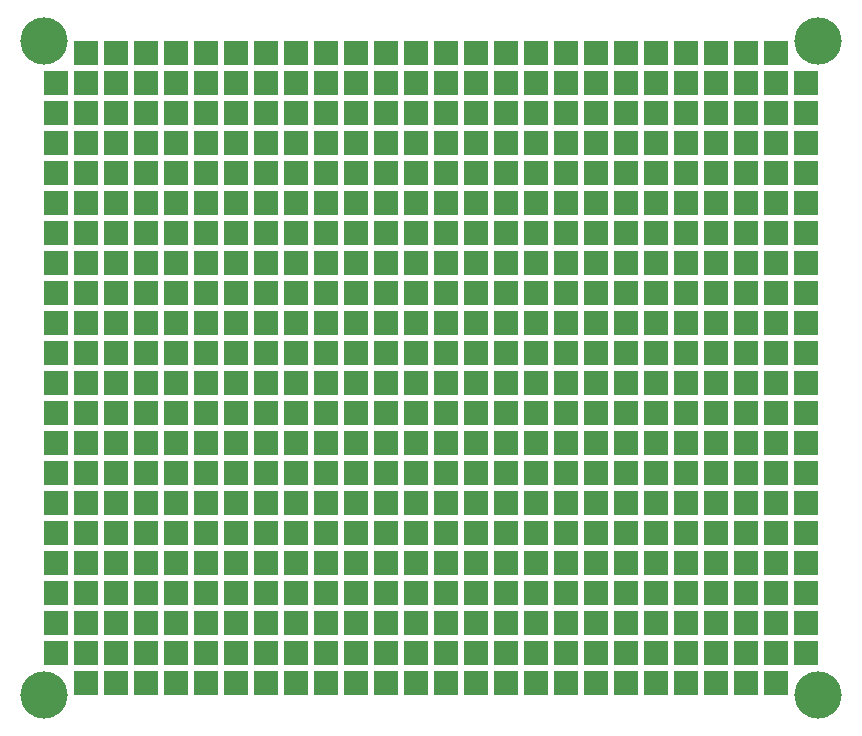
<source format=gbr>
%TF.GenerationSoftware,KiCad,Pcbnew,9.0.2*%
%TF.CreationDate,2025-08-09T11:44:39-07:00*%
%TF.ProjectId,perfidy-board,70657266-6964-4792-9d62-6f6172642e6b,1.0*%
%TF.SameCoordinates,Original*%
%TF.FileFunction,Copper,L1,Top*%
%TF.FilePolarity,Positive*%
%FSLAX46Y46*%
G04 Gerber Fmt 4.6, Leading zero omitted, Abs format (unit mm)*
G04 Created by KiCad (PCBNEW 9.0.2) date 2025-08-09 11:44:39*
%MOMM*%
%LPD*%
G01*
G04 APERTURE LIST*
%TA.AperFunction,ComponentPad*%
%ADD10C,4.000000*%
%TD*%
%TA.AperFunction,ComponentPad*%
%ADD11R,2.000000X2.000000*%
%TD*%
G04 APERTURE END LIST*
D10*
%TO.P,TP572,1,1*%
%TO.N,unconnected-(TP572-Pad1)*%
X164056000Y-123476000D03*
%TD*%
%TO.P,TP547,1,1*%
%TO.N,unconnected-(TP547-Pad1)*%
X98524000Y-123476000D03*
%TD*%
%TO.P,TP26,1,1*%
%TO.N,unconnected-(TP26-Pad1)*%
X164056000Y-68104000D03*
%TD*%
%TO.P,TP1,1,1*%
%TO.N,unconnected-(TP1-Pad1)*%
X98524000Y-68104000D03*
%TD*%
D11*
%TO.P,TP571,1,1*%
%TO.N,/D*%
X160500000Y-122460000D03*
%TD*%
%TO.P,TP570,1,1*%
%TO.N,unconnected-(TP570-Pad1)*%
X157960000Y-122460000D03*
%TD*%
%TO.P,TP569,1,1*%
%TO.N,/D*%
X155420000Y-122460000D03*
%TD*%
%TO.P,TP568,1,1*%
%TO.N,/D*%
X152880000Y-122460000D03*
%TD*%
%TO.P,TP567,1,1*%
%TO.N,/D*%
X150340000Y-122460000D03*
%TD*%
%TO.P,TP566,1,1*%
%TO.N,/D*%
X147800000Y-122460000D03*
%TD*%
%TO.P,TP565,1,1*%
%TO.N,unconnected-(TP565-Pad1)*%
X145260000Y-122460000D03*
%TD*%
%TO.P,TP564,1,1*%
%TO.N,unconnected-(TP564-Pad1)*%
X142720000Y-122460000D03*
%TD*%
%TO.P,TP563,1,1*%
%TO.N,unconnected-(TP563-Pad1)*%
X140180000Y-122460000D03*
%TD*%
%TO.P,TP562,1,1*%
%TO.N,unconnected-(TP562-Pad1)*%
X137640000Y-122460000D03*
%TD*%
%TO.P,TP561,1,1*%
%TO.N,unconnected-(TP561-Pad1)*%
X135100000Y-122460000D03*
%TD*%
%TO.P,TP560,1,1*%
%TO.N,unconnected-(TP560-Pad1)*%
X132560000Y-122460000D03*
%TD*%
%TO.P,TP559,1,1*%
%TO.N,unconnected-(TP559-Pad1)*%
X130020000Y-122460000D03*
%TD*%
%TO.P,TP558,1,1*%
%TO.N,unconnected-(TP558-Pad1)*%
X127480000Y-122460000D03*
%TD*%
%TO.P,TP557,1,1*%
%TO.N,unconnected-(TP557-Pad1)*%
X124940000Y-122460000D03*
%TD*%
%TO.P,TP556,1,1*%
%TO.N,unconnected-(TP556-Pad1)*%
X122400000Y-122460000D03*
%TD*%
%TO.P,TP555,1,1*%
%TO.N,unconnected-(TP555-Pad1)*%
X119860000Y-122460000D03*
%TD*%
%TO.P,TP554,1,1*%
%TO.N,unconnected-(TP554-Pad1)*%
X117320000Y-122460000D03*
%TD*%
%TO.P,TP553,1,1*%
%TO.N,unconnected-(TP553-Pad1)*%
X114780000Y-122460000D03*
%TD*%
%TO.P,TP552,1,1*%
%TO.N,unconnected-(TP552-Pad1)*%
X112240000Y-122460000D03*
%TD*%
%TO.P,TP551,1,1*%
%TO.N,unconnected-(TP551-Pad1)*%
X109700000Y-122460000D03*
%TD*%
%TO.P,TP550,1,1*%
%TO.N,unconnected-(TP550-Pad1)*%
X107160000Y-122460000D03*
%TD*%
%TO.P,TP549,1,1*%
%TO.N,unconnected-(TP549-Pad1)*%
X104620000Y-122460000D03*
%TD*%
%TO.P,TP548,1,1*%
%TO.N,unconnected-(TP548-Pad1)*%
X102080000Y-122460000D03*
%TD*%
%TO.P,TP546,1,1*%
%TO.N,unconnected-(TP546-Pad1)*%
X163040000Y-119920000D03*
%TD*%
%TO.P,TP545,1,1*%
%TO.N,unconnected-(TP545-Pad1)*%
X160500000Y-119920000D03*
%TD*%
%TO.P,TP544,1,1*%
%TO.N,unconnected-(TP544-Pad1)*%
X157960000Y-119920000D03*
%TD*%
%TO.P,TP543,1,1*%
%TO.N,unconnected-(TP543-Pad1)*%
X155420000Y-119920000D03*
%TD*%
%TO.P,TP542,1,1*%
%TO.N,unconnected-(TP542-Pad1)*%
X152880000Y-119920000D03*
%TD*%
%TO.P,TP541,1,1*%
%TO.N,unconnected-(TP541-Pad1)*%
X150340000Y-119920000D03*
%TD*%
%TO.P,TP540,1,1*%
%TO.N,unconnected-(TP540-Pad1)*%
X147800000Y-119920000D03*
%TD*%
%TO.P,TP539,1,1*%
%TO.N,unconnected-(TP539-Pad1)*%
X145260000Y-119920000D03*
%TD*%
%TO.P,TP538,1,1*%
%TO.N,unconnected-(TP538-Pad1)*%
X142720000Y-119920000D03*
%TD*%
%TO.P,TP537,1,1*%
%TO.N,unconnected-(TP537-Pad1)*%
X140180000Y-119920000D03*
%TD*%
%TO.P,TP536,1,1*%
%TO.N,unconnected-(TP536-Pad1)*%
X137640000Y-119920000D03*
%TD*%
%TO.P,TP535,1,1*%
%TO.N,unconnected-(TP535-Pad1)*%
X135100000Y-119920000D03*
%TD*%
%TO.P,TP534,1,1*%
%TO.N,unconnected-(TP534-Pad1)*%
X132560000Y-119920000D03*
%TD*%
%TO.P,TP533,1,1*%
%TO.N,unconnected-(TP533-Pad1)*%
X130020000Y-119920000D03*
%TD*%
%TO.P,TP532,1,1*%
%TO.N,unconnected-(TP532-Pad1)*%
X127480000Y-119920000D03*
%TD*%
%TO.P,TP531,1,1*%
%TO.N,unconnected-(TP531-Pad1)*%
X124940000Y-119920000D03*
%TD*%
%TO.P,TP530,1,1*%
%TO.N,unconnected-(TP530-Pad1)*%
X122400000Y-119920000D03*
%TD*%
%TO.P,TP529,1,1*%
%TO.N,unconnected-(TP529-Pad1)*%
X119860000Y-119920000D03*
%TD*%
%TO.P,TP528,1,1*%
%TO.N,unconnected-(TP528-Pad1)*%
X117320000Y-119920000D03*
%TD*%
%TO.P,TP527,1,1*%
%TO.N,unconnected-(TP527-Pad1)*%
X114780000Y-119920000D03*
%TD*%
%TO.P,TP526,1,1*%
%TO.N,unconnected-(TP526-Pad1)*%
X112240000Y-119920000D03*
%TD*%
%TO.P,TP525,1,1*%
%TO.N,unconnected-(TP525-Pad1)*%
X109700000Y-119920000D03*
%TD*%
%TO.P,TP524,1,1*%
%TO.N,unconnected-(TP524-Pad1)*%
X107160000Y-119920000D03*
%TD*%
%TO.P,TP523,1,1*%
%TO.N,unconnected-(TP523-Pad1)*%
X104620000Y-119920000D03*
%TD*%
%TO.P,TP522,1,1*%
%TO.N,unconnected-(TP522-Pad1)*%
X102080000Y-119920000D03*
%TD*%
%TO.P,TP521,1,1*%
%TO.N,unconnected-(TP521-Pad1)*%
X99540000Y-119920000D03*
%TD*%
%TO.P,TP520,1,1*%
%TO.N,unconnected-(TP520-Pad1)*%
X163040000Y-117380000D03*
%TD*%
%TO.P,TP519,1,1*%
%TO.N,unconnected-(TP519-Pad1)*%
X160500000Y-117380000D03*
%TD*%
%TO.P,TP518,1,1*%
%TO.N,unconnected-(TP518-Pad1)*%
X157960000Y-117380000D03*
%TD*%
%TO.P,TP517,1,1*%
%TO.N,unconnected-(TP517-Pad1)*%
X155420000Y-117380000D03*
%TD*%
%TO.P,TP516,1,1*%
%TO.N,unconnected-(TP516-Pad1)*%
X152880000Y-117380000D03*
%TD*%
%TO.P,TP515,1,1*%
%TO.N,unconnected-(TP515-Pad1)*%
X150340000Y-117380000D03*
%TD*%
%TO.P,TP514,1,1*%
%TO.N,unconnected-(TP514-Pad1)*%
X147800000Y-117380000D03*
%TD*%
%TO.P,TP513,1,1*%
%TO.N,unconnected-(TP513-Pad1)*%
X145260000Y-117380000D03*
%TD*%
%TO.P,TP512,1,1*%
%TO.N,unconnected-(TP512-Pad1)*%
X142720000Y-117380000D03*
%TD*%
%TO.P,TP511,1,1*%
%TO.N,unconnected-(TP511-Pad1)*%
X140180000Y-117380000D03*
%TD*%
%TO.P,TP510,1,1*%
%TO.N,unconnected-(TP510-Pad1)*%
X137640000Y-117380000D03*
%TD*%
%TO.P,TP509,1,1*%
%TO.N,unconnected-(TP509-Pad1)*%
X135100000Y-117380000D03*
%TD*%
%TO.P,TP508,1,1*%
%TO.N,unconnected-(TP508-Pad1)*%
X132560000Y-117380000D03*
%TD*%
%TO.P,TP507,1,1*%
%TO.N,unconnected-(TP507-Pad1)*%
X130020000Y-117380000D03*
%TD*%
%TO.P,TP506,1,1*%
%TO.N,unconnected-(TP506-Pad1)*%
X127480000Y-117380000D03*
%TD*%
%TO.P,TP505,1,1*%
%TO.N,unconnected-(TP505-Pad1)*%
X124940000Y-117380000D03*
%TD*%
%TO.P,TP504,1,1*%
%TO.N,unconnected-(TP504-Pad1)*%
X122400000Y-117380000D03*
%TD*%
%TO.P,TP503,1,1*%
%TO.N,unconnected-(TP503-Pad1)*%
X119860000Y-117380000D03*
%TD*%
%TO.P,TP502,1,1*%
%TO.N,unconnected-(TP502-Pad1)*%
X117320000Y-117380000D03*
%TD*%
%TO.P,TP501,1,1*%
%TO.N,unconnected-(TP501-Pad1)*%
X114780000Y-117380000D03*
%TD*%
%TO.P,TP500,1,1*%
%TO.N,unconnected-(TP500-Pad1)*%
X112240000Y-117380000D03*
%TD*%
%TO.P,TP499,1,1*%
%TO.N,unconnected-(TP499-Pad1)*%
X109700000Y-117380000D03*
%TD*%
%TO.P,TP498,1,1*%
%TO.N,unconnected-(TP498-Pad1)*%
X107160000Y-117380000D03*
%TD*%
%TO.P,TP497,1,1*%
%TO.N,unconnected-(TP497-Pad1)*%
X104620000Y-117380000D03*
%TD*%
%TO.P,TP496,1,1*%
%TO.N,unconnected-(TP496-Pad1)*%
X102080000Y-117380000D03*
%TD*%
%TO.P,TP495,1,1*%
%TO.N,unconnected-(TP495-Pad1)*%
X99540000Y-117380000D03*
%TD*%
%TO.P,TP494,1,1*%
%TO.N,unconnected-(TP494-Pad1)*%
X163040000Y-114840000D03*
%TD*%
%TO.P,TP493,1,1*%
%TO.N,unconnected-(TP493-Pad1)*%
X160500000Y-114840000D03*
%TD*%
%TO.P,TP492,1,1*%
%TO.N,unconnected-(TP492-Pad1)*%
X157960000Y-114840000D03*
%TD*%
%TO.P,TP491,1,1*%
%TO.N,/C*%
X155420000Y-114840000D03*
%TD*%
%TO.P,TP490,1,1*%
%TO.N,unconnected-(TP490-Pad1)*%
X152880000Y-114840000D03*
%TD*%
%TO.P,TP489,1,1*%
%TO.N,unconnected-(TP489-Pad1)*%
X150340000Y-114840000D03*
%TD*%
%TO.P,TP488,1,1*%
%TO.N,unconnected-(TP488-Pad1)*%
X147800000Y-114840000D03*
%TD*%
%TO.P,TP487,1,1*%
%TO.N,unconnected-(TP487-Pad1)*%
X145260000Y-114840000D03*
%TD*%
%TO.P,TP486,1,1*%
%TO.N,unconnected-(TP486-Pad1)*%
X142720000Y-114840000D03*
%TD*%
%TO.P,TP485,1,1*%
%TO.N,unconnected-(TP485-Pad1)*%
X140180000Y-114840000D03*
%TD*%
%TO.P,TP484,1,1*%
%TO.N,unconnected-(TP484-Pad1)*%
X137640000Y-114840000D03*
%TD*%
%TO.P,TP483,1,1*%
%TO.N,unconnected-(TP483-Pad1)*%
X135100000Y-114840000D03*
%TD*%
%TO.P,TP482,1,1*%
%TO.N,unconnected-(TP482-Pad1)*%
X132560000Y-114840000D03*
%TD*%
%TO.P,TP481,1,1*%
%TO.N,unconnected-(TP481-Pad1)*%
X130020000Y-114840000D03*
%TD*%
%TO.P,TP480,1,1*%
%TO.N,unconnected-(TP480-Pad1)*%
X127480000Y-114840000D03*
%TD*%
%TO.P,TP479,1,1*%
%TO.N,unconnected-(TP479-Pad1)*%
X124940000Y-114840000D03*
%TD*%
%TO.P,TP478,1,1*%
%TO.N,/B*%
X122400000Y-114840000D03*
%TD*%
%TO.P,TP477,1,1*%
%TO.N,unconnected-(TP477-Pad1)*%
X119860000Y-114840000D03*
%TD*%
%TO.P,TP476,1,1*%
%TO.N,unconnected-(TP476-Pad1)*%
X117320000Y-114840000D03*
%TD*%
%TO.P,TP475,1,1*%
%TO.N,unconnected-(TP475-Pad1)*%
X114780000Y-114840000D03*
%TD*%
%TO.P,TP474,1,1*%
%TO.N,unconnected-(TP474-Pad1)*%
X112240000Y-114840000D03*
%TD*%
%TO.P,TP473,1,1*%
%TO.N,unconnected-(TP473-Pad1)*%
X109700000Y-114840000D03*
%TD*%
%TO.P,TP472,1,1*%
%TO.N,unconnected-(TP472-Pad1)*%
X107160000Y-114840000D03*
%TD*%
%TO.P,TP471,1,1*%
%TO.N,unconnected-(TP471-Pad1)*%
X104620000Y-114840000D03*
%TD*%
%TO.P,TP470,1,1*%
%TO.N,unconnected-(TP470-Pad1)*%
X102080000Y-114840000D03*
%TD*%
%TO.P,TP469,1,1*%
%TO.N,unconnected-(TP469-Pad1)*%
X99540000Y-114840000D03*
%TD*%
%TO.P,TP468,1,1*%
%TO.N,unconnected-(TP468-Pad1)*%
X163040000Y-112300000D03*
%TD*%
%TO.P,TP467,1,1*%
%TO.N,unconnected-(TP467-Pad1)*%
X160500000Y-112300000D03*
%TD*%
%TO.P,TP466,1,1*%
%TO.N,unconnected-(TP466-Pad1)*%
X157960000Y-112300000D03*
%TD*%
%TO.P,TP465,1,1*%
%TO.N,unconnected-(TP465-Pad1)*%
X155420000Y-112300000D03*
%TD*%
%TO.P,TP464,1,1*%
%TO.N,unconnected-(TP464-Pad1)*%
X152880000Y-112300000D03*
%TD*%
%TO.P,TP463,1,1*%
%TO.N,unconnected-(TP463-Pad1)*%
X150340000Y-112300000D03*
%TD*%
%TO.P,TP462,1,1*%
%TO.N,unconnected-(TP462-Pad1)*%
X147800000Y-112300000D03*
%TD*%
%TO.P,TP461,1,1*%
%TO.N,unconnected-(TP461-Pad1)*%
X145260000Y-112300000D03*
%TD*%
%TO.P,TP460,1,1*%
%TO.N,unconnected-(TP460-Pad1)*%
X142720000Y-112300000D03*
%TD*%
%TO.P,TP459,1,1*%
%TO.N,unconnected-(TP459-Pad1)*%
X140180000Y-112300000D03*
%TD*%
%TO.P,TP458,1,1*%
%TO.N,unconnected-(TP458-Pad1)*%
X137640000Y-112300000D03*
%TD*%
%TO.P,TP457,1,1*%
%TO.N,unconnected-(TP457-Pad1)*%
X135100000Y-112300000D03*
%TD*%
%TO.P,TP456,1,1*%
%TO.N,unconnected-(TP456-Pad1)*%
X132560000Y-112300000D03*
%TD*%
%TO.P,TP455,1,1*%
%TO.N,unconnected-(TP455-Pad1)*%
X130020000Y-112300000D03*
%TD*%
%TO.P,TP454,1,1*%
%TO.N,unconnected-(TP454-Pad1)*%
X127480000Y-112300000D03*
%TD*%
%TO.P,TP453,1,1*%
%TO.N,unconnected-(TP453-Pad1)*%
X124940000Y-112300000D03*
%TD*%
%TO.P,TP452,1,1*%
%TO.N,unconnected-(TP452-Pad1)*%
X122400000Y-112300000D03*
%TD*%
%TO.P,TP451,1,1*%
%TO.N,unconnected-(TP451-Pad1)*%
X119860000Y-112300000D03*
%TD*%
%TO.P,TP450,1,1*%
%TO.N,unconnected-(TP450-Pad1)*%
X117320000Y-112300000D03*
%TD*%
%TO.P,TP449,1,1*%
%TO.N,unconnected-(TP449-Pad1)*%
X114780000Y-112300000D03*
%TD*%
%TO.P,TP448,1,1*%
%TO.N,unconnected-(TP448-Pad1)*%
X112240000Y-112300000D03*
%TD*%
%TO.P,TP447,1,1*%
%TO.N,unconnected-(TP447-Pad1)*%
X109700000Y-112300000D03*
%TD*%
%TO.P,TP446,1,1*%
%TO.N,unconnected-(TP446-Pad1)*%
X107160000Y-112300000D03*
%TD*%
%TO.P,TP445,1,1*%
%TO.N,unconnected-(TP445-Pad1)*%
X104620000Y-112300000D03*
%TD*%
%TO.P,TP444,1,1*%
%TO.N,unconnected-(TP444-Pad1)*%
X102080000Y-112300000D03*
%TD*%
%TO.P,TP443,1,1*%
%TO.N,unconnected-(TP443-Pad1)*%
X99540000Y-112300000D03*
%TD*%
%TO.P,TP442,1,1*%
%TO.N,unconnected-(TP442-Pad1)*%
X163040000Y-109760000D03*
%TD*%
%TO.P,TP441,1,1*%
%TO.N,unconnected-(TP441-Pad1)*%
X160500000Y-109760000D03*
%TD*%
%TO.P,TP440,1,1*%
%TO.N,unconnected-(TP440-Pad1)*%
X157960000Y-109760000D03*
%TD*%
%TO.P,TP439,1,1*%
%TO.N,unconnected-(TP439-Pad1)*%
X155420000Y-109760000D03*
%TD*%
%TO.P,TP438,1,1*%
%TO.N,unconnected-(TP438-Pad1)*%
X152880000Y-109760000D03*
%TD*%
%TO.P,TP437,1,1*%
%TO.N,unconnected-(TP437-Pad1)*%
X150340000Y-109760000D03*
%TD*%
%TO.P,TP436,1,1*%
%TO.N,unconnected-(TP436-Pad1)*%
X147800000Y-109760000D03*
%TD*%
%TO.P,TP435,1,1*%
%TO.N,unconnected-(TP435-Pad1)*%
X145260000Y-109760000D03*
%TD*%
%TO.P,TP434,1,1*%
%TO.N,unconnected-(TP434-Pad1)*%
X142720000Y-109760000D03*
%TD*%
%TO.P,TP433,1,1*%
%TO.N,unconnected-(TP433-Pad1)*%
X140180000Y-109760000D03*
%TD*%
%TO.P,TP432,1,1*%
%TO.N,unconnected-(TP432-Pad1)*%
X137640000Y-109760000D03*
%TD*%
%TO.P,TP431,1,1*%
%TO.N,unconnected-(TP431-Pad1)*%
X135100000Y-109760000D03*
%TD*%
%TO.P,TP430,1,1*%
%TO.N,unconnected-(TP430-Pad1)*%
X132560000Y-109760000D03*
%TD*%
%TO.P,TP429,1,1*%
%TO.N,unconnected-(TP429-Pad1)*%
X130020000Y-109760000D03*
%TD*%
%TO.P,TP428,1,1*%
%TO.N,unconnected-(TP428-Pad1)*%
X127480000Y-109760000D03*
%TD*%
%TO.P,TP427,1,1*%
%TO.N,unconnected-(TP427-Pad1)*%
X124940000Y-109760000D03*
%TD*%
%TO.P,TP426,1,1*%
%TO.N,unconnected-(TP426-Pad1)*%
X122400000Y-109760000D03*
%TD*%
%TO.P,TP425,1,1*%
%TO.N,unconnected-(TP425-Pad1)*%
X119860000Y-109760000D03*
%TD*%
%TO.P,TP424,1,1*%
%TO.N,unconnected-(TP424-Pad1)*%
X117320000Y-109760000D03*
%TD*%
%TO.P,TP423,1,1*%
%TO.N,unconnected-(TP423-Pad1)*%
X114780000Y-109760000D03*
%TD*%
%TO.P,TP422,1,1*%
%TO.N,unconnected-(TP422-Pad1)*%
X112240000Y-109760000D03*
%TD*%
%TO.P,TP421,1,1*%
%TO.N,unconnected-(TP421-Pad1)*%
X109700000Y-109760000D03*
%TD*%
%TO.P,TP420,1,1*%
%TO.N,unconnected-(TP420-Pad1)*%
X107160000Y-109760000D03*
%TD*%
%TO.P,TP419,1,1*%
%TO.N,unconnected-(TP419-Pad1)*%
X104620000Y-109760000D03*
%TD*%
%TO.P,TP418,1,1*%
%TO.N,unconnected-(TP418-Pad1)*%
X102080000Y-109760000D03*
%TD*%
%TO.P,TP417,1,1*%
%TO.N,unconnected-(TP417-Pad1)*%
X99540000Y-109760000D03*
%TD*%
%TO.P,TP416,1,1*%
%TO.N,unconnected-(TP416-Pad1)*%
X163040000Y-107220000D03*
%TD*%
%TO.P,TP415,1,1*%
%TO.N,unconnected-(TP415-Pad1)*%
X160500000Y-107220000D03*
%TD*%
%TO.P,TP414,1,1*%
%TO.N,unconnected-(TP414-Pad1)*%
X157960000Y-107220000D03*
%TD*%
%TO.P,TP413,1,1*%
%TO.N,unconnected-(TP413-Pad1)*%
X155420000Y-107220000D03*
%TD*%
%TO.P,TP412,1,1*%
%TO.N,unconnected-(TP412-Pad1)*%
X152880000Y-107220000D03*
%TD*%
%TO.P,TP411,1,1*%
%TO.N,unconnected-(TP411-Pad1)*%
X150340000Y-107220000D03*
%TD*%
%TO.P,TP410,1,1*%
%TO.N,unconnected-(TP410-Pad1)*%
X147800000Y-107220000D03*
%TD*%
%TO.P,TP409,1,1*%
%TO.N,unconnected-(TP409-Pad1)*%
X145260000Y-107220000D03*
%TD*%
%TO.P,TP408,1,1*%
%TO.N,unconnected-(TP408-Pad1)*%
X142720000Y-107220000D03*
%TD*%
%TO.P,TP407,1,1*%
%TO.N,unconnected-(TP407-Pad1)*%
X140180000Y-107220000D03*
%TD*%
%TO.P,TP406,1,1*%
%TO.N,unconnected-(TP406-Pad1)*%
X137640000Y-107220000D03*
%TD*%
%TO.P,TP405,1,1*%
%TO.N,unconnected-(TP405-Pad1)*%
X135100000Y-107220000D03*
%TD*%
%TO.P,TP404,1,1*%
%TO.N,unconnected-(TP404-Pad1)*%
X132560000Y-107220000D03*
%TD*%
%TO.P,TP403,1,1*%
%TO.N,/E*%
X130020000Y-107220000D03*
%TD*%
%TO.P,TP402,1,1*%
%TO.N,unconnected-(TP402-Pad1)*%
X127480000Y-107220000D03*
%TD*%
%TO.P,TP401,1,1*%
%TO.N,unconnected-(TP401-Pad1)*%
X124940000Y-107220000D03*
%TD*%
%TO.P,TP400,1,1*%
%TO.N,unconnected-(TP400-Pad1)*%
X122400000Y-107220000D03*
%TD*%
%TO.P,TP399,1,1*%
%TO.N,unconnected-(TP399-Pad1)*%
X119860000Y-107220000D03*
%TD*%
%TO.P,TP398,1,1*%
%TO.N,unconnected-(TP398-Pad1)*%
X117320000Y-107220000D03*
%TD*%
%TO.P,TP397,1,1*%
%TO.N,unconnected-(TP397-Pad1)*%
X114780000Y-107220000D03*
%TD*%
%TO.P,TP396,1,1*%
%TO.N,unconnected-(TP396-Pad1)*%
X112240000Y-107220000D03*
%TD*%
%TO.P,TP395,1,1*%
%TO.N,unconnected-(TP395-Pad1)*%
X109700000Y-107220000D03*
%TD*%
%TO.P,TP394,1,1*%
%TO.N,unconnected-(TP394-Pad1)*%
X107160000Y-107220000D03*
%TD*%
%TO.P,TP393,1,1*%
%TO.N,unconnected-(TP393-Pad1)*%
X104620000Y-107220000D03*
%TD*%
%TO.P,TP392,1,1*%
%TO.N,unconnected-(TP392-Pad1)*%
X102080000Y-107220000D03*
%TD*%
%TO.P,TP391,1,1*%
%TO.N,unconnected-(TP391-Pad1)*%
X99540000Y-107220000D03*
%TD*%
%TO.P,TP390,1,1*%
%TO.N,unconnected-(TP390-Pad1)*%
X163040000Y-104680000D03*
%TD*%
%TO.P,TP389,1,1*%
%TO.N,unconnected-(TP389-Pad1)*%
X160500000Y-104680000D03*
%TD*%
%TO.P,TP388,1,1*%
%TO.N,unconnected-(TP388-Pad1)*%
X157960000Y-104680000D03*
%TD*%
%TO.P,TP387,1,1*%
%TO.N,unconnected-(TP387-Pad1)*%
X155420000Y-104680000D03*
%TD*%
%TO.P,TP386,1,1*%
%TO.N,unconnected-(TP386-Pad1)*%
X152880000Y-104680000D03*
%TD*%
%TO.P,TP385,1,1*%
%TO.N,unconnected-(TP385-Pad1)*%
X150340000Y-104680000D03*
%TD*%
%TO.P,TP384,1,1*%
%TO.N,unconnected-(TP384-Pad1)*%
X147800000Y-104680000D03*
%TD*%
%TO.P,TP383,1,1*%
%TO.N,unconnected-(TP383-Pad1)*%
X145260000Y-104680000D03*
%TD*%
%TO.P,TP382,1,1*%
%TO.N,unconnected-(TP382-Pad1)*%
X142720000Y-104680000D03*
%TD*%
%TO.P,TP381,1,1*%
%TO.N,unconnected-(TP381-Pad1)*%
X140180000Y-104680000D03*
%TD*%
%TO.P,TP380,1,1*%
%TO.N,unconnected-(TP380-Pad1)*%
X137640000Y-104680000D03*
%TD*%
%TO.P,TP379,1,1*%
%TO.N,unconnected-(TP379-Pad1)*%
X135100000Y-104680000D03*
%TD*%
%TO.P,TP378,1,1*%
%TO.N,unconnected-(TP378-Pad1)*%
X132560000Y-104680000D03*
%TD*%
%TO.P,TP377,1,1*%
%TO.N,unconnected-(TP377-Pad1)*%
X130020000Y-104680000D03*
%TD*%
%TO.P,TP376,1,1*%
%TO.N,unconnected-(TP376-Pad1)*%
X127480000Y-104680000D03*
%TD*%
%TO.P,TP375,1,1*%
%TO.N,unconnected-(TP375-Pad1)*%
X124940000Y-104680000D03*
%TD*%
%TO.P,TP374,1,1*%
%TO.N,unconnected-(TP374-Pad1)*%
X122400000Y-104680000D03*
%TD*%
%TO.P,TP373,1,1*%
%TO.N,unconnected-(TP373-Pad1)*%
X119860000Y-104680000D03*
%TD*%
%TO.P,TP372,1,1*%
%TO.N,/B*%
X117320000Y-104680000D03*
%TD*%
%TO.P,TP371,1,1*%
%TO.N,unconnected-(TP371-Pad1)*%
X114780000Y-104680000D03*
%TD*%
%TO.P,TP370,1,1*%
%TO.N,unconnected-(TP370-Pad1)*%
X112240000Y-104680000D03*
%TD*%
%TO.P,TP369,1,1*%
%TO.N,unconnected-(TP369-Pad1)*%
X109700000Y-104680000D03*
%TD*%
%TO.P,TP368,1,1*%
%TO.N,unconnected-(TP368-Pad1)*%
X107160000Y-104680000D03*
%TD*%
%TO.P,TP367,1,1*%
%TO.N,unconnected-(TP367-Pad1)*%
X104620000Y-104680000D03*
%TD*%
%TO.P,TP366,1,1*%
%TO.N,unconnected-(TP366-Pad1)*%
X102080000Y-104680000D03*
%TD*%
%TO.P,TP365,1,1*%
%TO.N,unconnected-(TP365-Pad1)*%
X99540000Y-104680000D03*
%TD*%
%TO.P,TP364,1,1*%
%TO.N,unconnected-(TP364-Pad1)*%
X163040000Y-102140000D03*
%TD*%
%TO.P,TP363,1,1*%
%TO.N,unconnected-(TP363-Pad1)*%
X160500000Y-102140000D03*
%TD*%
%TO.P,TP362,1,1*%
%TO.N,unconnected-(TP362-Pad1)*%
X157960000Y-102140000D03*
%TD*%
%TO.P,TP361,1,1*%
%TO.N,unconnected-(TP361-Pad1)*%
X155420000Y-102140000D03*
%TD*%
%TO.P,TP360,1,1*%
%TO.N,unconnected-(TP360-Pad1)*%
X152880000Y-102140000D03*
%TD*%
%TO.P,TP359,1,1*%
%TO.N,unconnected-(TP359-Pad1)*%
X150340000Y-102140000D03*
%TD*%
%TO.P,TP358,1,1*%
%TO.N,unconnected-(TP358-Pad1)*%
X147800000Y-102140000D03*
%TD*%
%TO.P,TP357,1,1*%
%TO.N,unconnected-(TP357-Pad1)*%
X145260000Y-102140000D03*
%TD*%
%TO.P,TP356,1,1*%
%TO.N,unconnected-(TP356-Pad1)*%
X142720000Y-102140000D03*
%TD*%
%TO.P,TP355,1,1*%
%TO.N,unconnected-(TP355-Pad1)*%
X140180000Y-102140000D03*
%TD*%
%TO.P,TP354,1,1*%
%TO.N,unconnected-(TP354-Pad1)*%
X137640000Y-102140000D03*
%TD*%
%TO.P,TP353,1,1*%
%TO.N,unconnected-(TP353-Pad1)*%
X135100000Y-102140000D03*
%TD*%
%TO.P,TP352,1,1*%
%TO.N,unconnected-(TP352-Pad1)*%
X132560000Y-102140000D03*
%TD*%
%TO.P,TP351,1,1*%
%TO.N,unconnected-(TP351-Pad1)*%
X130020000Y-102140000D03*
%TD*%
%TO.P,TP350,1,1*%
%TO.N,unconnected-(TP350-Pad1)*%
X127480000Y-102140000D03*
%TD*%
%TO.P,TP349,1,1*%
%TO.N,unconnected-(TP349-Pad1)*%
X124940000Y-102140000D03*
%TD*%
%TO.P,TP348,1,1*%
%TO.N,unconnected-(TP348-Pad1)*%
X122400000Y-102140000D03*
%TD*%
%TO.P,TP347,1,1*%
%TO.N,unconnected-(TP347-Pad1)*%
X119860000Y-102140000D03*
%TD*%
%TO.P,TP346,1,1*%
%TO.N,unconnected-(TP346-Pad1)*%
X117320000Y-102140000D03*
%TD*%
%TO.P,TP345,1,1*%
%TO.N,unconnected-(TP345-Pad1)*%
X114780000Y-102140000D03*
%TD*%
%TO.P,TP344,1,1*%
%TO.N,unconnected-(TP344-Pad1)*%
X112240000Y-102140000D03*
%TD*%
%TO.P,TP343,1,1*%
%TO.N,/A*%
X109700000Y-102140000D03*
%TD*%
%TO.P,TP342,1,1*%
%TO.N,unconnected-(TP342-Pad1)*%
X107160000Y-102140000D03*
%TD*%
%TO.P,TP341,1,1*%
%TO.N,unconnected-(TP341-Pad1)*%
X104620000Y-102140000D03*
%TD*%
%TO.P,TP340,1,1*%
%TO.N,unconnected-(TP340-Pad1)*%
X102080000Y-102140000D03*
%TD*%
%TO.P,TP339,1,1*%
%TO.N,unconnected-(TP339-Pad1)*%
X99540000Y-102140000D03*
%TD*%
%TO.P,TP338,1,1*%
%TO.N,unconnected-(TP338-Pad1)*%
X163040000Y-99600000D03*
%TD*%
%TO.P,TP337,1,1*%
%TO.N,unconnected-(TP337-Pad1)*%
X160500000Y-99600000D03*
%TD*%
%TO.P,TP336,1,1*%
%TO.N,unconnected-(TP336-Pad1)*%
X157960000Y-99600000D03*
%TD*%
%TO.P,TP335,1,1*%
%TO.N,unconnected-(TP335-Pad1)*%
X155420000Y-99600000D03*
%TD*%
%TO.P,TP334,1,1*%
%TO.N,unconnected-(TP334-Pad1)*%
X152880000Y-99600000D03*
%TD*%
%TO.P,TP333,1,1*%
%TO.N,unconnected-(TP333-Pad1)*%
X150340000Y-99600000D03*
%TD*%
%TO.P,TP332,1,1*%
%TO.N,unconnected-(TP332-Pad1)*%
X147800000Y-99600000D03*
%TD*%
%TO.P,TP331,1,1*%
%TO.N,/C*%
X145260000Y-99600000D03*
%TD*%
%TO.P,TP330,1,1*%
%TO.N,unconnected-(TP330-Pad1)*%
X142720000Y-99600000D03*
%TD*%
%TO.P,TP329,1,1*%
%TO.N,unconnected-(TP329-Pad1)*%
X140180000Y-99600000D03*
%TD*%
%TO.P,TP328,1,1*%
%TO.N,unconnected-(TP328-Pad1)*%
X137640000Y-99600000D03*
%TD*%
%TO.P,TP327,1,1*%
%TO.N,unconnected-(TP327-Pad1)*%
X135100000Y-99600000D03*
%TD*%
%TO.P,TP326,1,1*%
%TO.N,unconnected-(TP326-Pad1)*%
X132560000Y-99600000D03*
%TD*%
%TO.P,TP325,1,1*%
%TO.N,unconnected-(TP325-Pad1)*%
X130020000Y-99600000D03*
%TD*%
%TO.P,TP324,1,1*%
%TO.N,unconnected-(TP324-Pad1)*%
X127480000Y-99600000D03*
%TD*%
%TO.P,TP323,1,1*%
%TO.N,unconnected-(TP323-Pad1)*%
X124940000Y-99600000D03*
%TD*%
%TO.P,TP322,1,1*%
%TO.N,unconnected-(TP322-Pad1)*%
X122400000Y-99600000D03*
%TD*%
%TO.P,TP321,1,1*%
%TO.N,unconnected-(TP321-Pad1)*%
X119860000Y-99600000D03*
%TD*%
%TO.P,TP320,1,1*%
%TO.N,unconnected-(TP320-Pad1)*%
X117320000Y-99600000D03*
%TD*%
%TO.P,TP319,1,1*%
%TO.N,unconnected-(TP319-Pad1)*%
X114780000Y-99600000D03*
%TD*%
%TO.P,TP318,1,1*%
%TO.N,unconnected-(TP318-Pad1)*%
X112240000Y-99600000D03*
%TD*%
%TO.P,TP317,1,1*%
%TO.N,unconnected-(TP317-Pad1)*%
X109700000Y-99600000D03*
%TD*%
%TO.P,TP316,1,1*%
%TO.N,unconnected-(TP316-Pad1)*%
X107160000Y-99600000D03*
%TD*%
%TO.P,TP315,1,1*%
%TO.N,unconnected-(TP315-Pad1)*%
X104620000Y-99600000D03*
%TD*%
%TO.P,TP314,1,1*%
%TO.N,unconnected-(TP314-Pad1)*%
X102080000Y-99600000D03*
%TD*%
%TO.P,TP313,1,1*%
%TO.N,unconnected-(TP313-Pad1)*%
X99540000Y-99600000D03*
%TD*%
%TO.P,TP312,1,1*%
%TO.N,unconnected-(TP312-Pad1)*%
X163040000Y-97060000D03*
%TD*%
%TO.P,TP311,1,1*%
%TO.N,unconnected-(TP311-Pad1)*%
X160500000Y-97060000D03*
%TD*%
%TO.P,TP310,1,1*%
%TO.N,unconnected-(TP310-Pad1)*%
X157960000Y-97060000D03*
%TD*%
%TO.P,TP309,1,1*%
%TO.N,unconnected-(TP309-Pad1)*%
X155420000Y-97060000D03*
%TD*%
%TO.P,TP308,1,1*%
%TO.N,unconnected-(TP308-Pad1)*%
X152880000Y-97060000D03*
%TD*%
%TO.P,TP307,1,1*%
%TO.N,unconnected-(TP307-Pad1)*%
X150340000Y-97060000D03*
%TD*%
%TO.P,TP306,1,1*%
%TO.N,unconnected-(TP306-Pad1)*%
X147800000Y-97060000D03*
%TD*%
%TO.P,TP305,1,1*%
%TO.N,unconnected-(TP305-Pad1)*%
X145260000Y-97060000D03*
%TD*%
%TO.P,TP304,1,1*%
%TO.N,unconnected-(TP304-Pad1)*%
X142720000Y-97060000D03*
%TD*%
%TO.P,TP303,1,1*%
%TO.N,unconnected-(TP303-Pad1)*%
X140180000Y-97060000D03*
%TD*%
%TO.P,TP302,1,1*%
%TO.N,unconnected-(TP302-Pad1)*%
X137640000Y-97060000D03*
%TD*%
%TO.P,TP301,1,1*%
%TO.N,unconnected-(TP301-Pad1)*%
X135100000Y-97060000D03*
%TD*%
%TO.P,TP300,1,1*%
%TO.N,unconnected-(TP300-Pad1)*%
X132560000Y-97060000D03*
%TD*%
%TO.P,TP299,1,1*%
%TO.N,unconnected-(TP299-Pad1)*%
X130020000Y-97060000D03*
%TD*%
%TO.P,TP298,1,1*%
%TO.N,unconnected-(TP298-Pad1)*%
X127480000Y-97060000D03*
%TD*%
%TO.P,TP297,1,1*%
%TO.N,unconnected-(TP297-Pad1)*%
X124940000Y-97060000D03*
%TD*%
%TO.P,TP296,1,1*%
%TO.N,unconnected-(TP296-Pad1)*%
X122400000Y-97060000D03*
%TD*%
%TO.P,TP295,1,1*%
%TO.N,unconnected-(TP295-Pad1)*%
X119860000Y-97060000D03*
%TD*%
%TO.P,TP294,1,1*%
%TO.N,unconnected-(TP294-Pad1)*%
X117320000Y-97060000D03*
%TD*%
%TO.P,TP293,1,1*%
%TO.N,unconnected-(TP293-Pad1)*%
X114780000Y-97060000D03*
%TD*%
%TO.P,TP292,1,1*%
%TO.N,unconnected-(TP292-Pad1)*%
X112240000Y-97060000D03*
%TD*%
%TO.P,TP291,1,1*%
%TO.N,unconnected-(TP291-Pad1)*%
X109700000Y-97060000D03*
%TD*%
%TO.P,TP290,1,1*%
%TO.N,unconnected-(TP290-Pad1)*%
X107160000Y-97060000D03*
%TD*%
%TO.P,TP289,1,1*%
%TO.N,unconnected-(TP289-Pad1)*%
X104620000Y-97060000D03*
%TD*%
%TO.P,TP288,1,1*%
%TO.N,unconnected-(TP288-Pad1)*%
X102080000Y-97060000D03*
%TD*%
%TO.P,TP287,1,1*%
%TO.N,unconnected-(TP287-Pad1)*%
X99540000Y-97060000D03*
%TD*%
%TO.P,TP286,1,1*%
%TO.N,unconnected-(TP286-Pad1)*%
X163040000Y-94520000D03*
%TD*%
%TO.P,TP285,1,1*%
%TO.N,unconnected-(TP285-Pad1)*%
X160500000Y-94520000D03*
%TD*%
%TO.P,TP284,1,1*%
%TO.N,unconnected-(TP284-Pad1)*%
X157960000Y-94520000D03*
%TD*%
%TO.P,TP283,1,1*%
%TO.N,unconnected-(TP283-Pad1)*%
X155420000Y-94520000D03*
%TD*%
%TO.P,TP282,1,1*%
%TO.N,unconnected-(TP282-Pad1)*%
X152880000Y-94520000D03*
%TD*%
%TO.P,TP281,1,1*%
%TO.N,unconnected-(TP281-Pad1)*%
X150340000Y-94520000D03*
%TD*%
%TO.P,TP280,1,1*%
%TO.N,unconnected-(TP280-Pad1)*%
X147800000Y-94520000D03*
%TD*%
%TO.P,TP279,1,1*%
%TO.N,unconnected-(TP279-Pad1)*%
X145260000Y-94520000D03*
%TD*%
%TO.P,TP278,1,1*%
%TO.N,unconnected-(TP278-Pad1)*%
X142720000Y-94520000D03*
%TD*%
%TO.P,TP277,1,1*%
%TO.N,unconnected-(TP277-Pad1)*%
X140180000Y-94520000D03*
%TD*%
%TO.P,TP276,1,1*%
%TO.N,unconnected-(TP276-Pad1)*%
X137640000Y-94520000D03*
%TD*%
%TO.P,TP275,1,1*%
%TO.N,unconnected-(TP275-Pad1)*%
X135100000Y-94520000D03*
%TD*%
%TO.P,TP274,1,1*%
%TO.N,/B*%
X132560000Y-94520000D03*
%TD*%
%TO.P,TP273,1,1*%
%TO.N,unconnected-(TP273-Pad1)*%
X130020000Y-94520000D03*
%TD*%
%TO.P,TP272,1,1*%
%TO.N,unconnected-(TP272-Pad1)*%
X127480000Y-94520000D03*
%TD*%
%TO.P,TP271,1,1*%
%TO.N,unconnected-(TP271-Pad1)*%
X124940000Y-94520000D03*
%TD*%
%TO.P,TP270,1,1*%
%TO.N,unconnected-(TP270-Pad1)*%
X122400000Y-94520000D03*
%TD*%
%TO.P,TP269,1,1*%
%TO.N,unconnected-(TP269-Pad1)*%
X119860000Y-94520000D03*
%TD*%
%TO.P,TP268,1,1*%
%TO.N,unconnected-(TP268-Pad1)*%
X117320000Y-94520000D03*
%TD*%
%TO.P,TP267,1,1*%
%TO.N,unconnected-(TP267-Pad1)*%
X114780000Y-94520000D03*
%TD*%
%TO.P,TP266,1,1*%
%TO.N,unconnected-(TP266-Pad1)*%
X112240000Y-94520000D03*
%TD*%
%TO.P,TP265,1,1*%
%TO.N,unconnected-(TP265-Pad1)*%
X109700000Y-94520000D03*
%TD*%
%TO.P,TP264,1,1*%
%TO.N,unconnected-(TP264-Pad1)*%
X107160000Y-94520000D03*
%TD*%
%TO.P,TP263,1,1*%
%TO.N,unconnected-(TP263-Pad1)*%
X104620000Y-94520000D03*
%TD*%
%TO.P,TP262,1,1*%
%TO.N,unconnected-(TP262-Pad1)*%
X102080000Y-94520000D03*
%TD*%
%TO.P,TP261,1,1*%
%TO.N,unconnected-(TP261-Pad1)*%
X99540000Y-94520000D03*
%TD*%
%TO.P,TP260,1,1*%
%TO.N,unconnected-(TP260-Pad1)*%
X163040000Y-91980000D03*
%TD*%
%TO.P,TP259,1,1*%
%TO.N,unconnected-(TP259-Pad1)*%
X160500000Y-91980000D03*
%TD*%
%TO.P,TP258,1,1*%
%TO.N,unconnected-(TP258-Pad1)*%
X157960000Y-91980000D03*
%TD*%
%TO.P,TP257,1,1*%
%TO.N,unconnected-(TP257-Pad1)*%
X155420000Y-91980000D03*
%TD*%
%TO.P,TP256,1,1*%
%TO.N,unconnected-(TP256-Pad1)*%
X152880000Y-91980000D03*
%TD*%
%TO.P,TP255,1,1*%
%TO.N,unconnected-(TP255-Pad1)*%
X150340000Y-91980000D03*
%TD*%
%TO.P,TP254,1,1*%
%TO.N,unconnected-(TP254-Pad1)*%
X147800000Y-91980000D03*
%TD*%
%TO.P,TP253,1,1*%
%TO.N,unconnected-(TP253-Pad1)*%
X145260000Y-91980000D03*
%TD*%
%TO.P,TP252,1,1*%
%TO.N,unconnected-(TP252-Pad1)*%
X142720000Y-91980000D03*
%TD*%
%TO.P,TP251,1,1*%
%TO.N,unconnected-(TP251-Pad1)*%
X140180000Y-91980000D03*
%TD*%
%TO.P,TP250,1,1*%
%TO.N,unconnected-(TP250-Pad1)*%
X137640000Y-91980000D03*
%TD*%
%TO.P,TP249,1,1*%
%TO.N,unconnected-(TP249-Pad1)*%
X135100000Y-91980000D03*
%TD*%
%TO.P,TP248,1,1*%
%TO.N,unconnected-(TP248-Pad1)*%
X132560000Y-91980000D03*
%TD*%
%TO.P,TP247,1,1*%
%TO.N,unconnected-(TP247-Pad1)*%
X130020000Y-91980000D03*
%TD*%
%TO.P,TP246,1,1*%
%TO.N,unconnected-(TP246-Pad1)*%
X127480000Y-91980000D03*
%TD*%
%TO.P,TP245,1,1*%
%TO.N,unconnected-(TP245-Pad1)*%
X124940000Y-91980000D03*
%TD*%
%TO.P,TP244,1,1*%
%TO.N,unconnected-(TP244-Pad1)*%
X122400000Y-91980000D03*
%TD*%
%TO.P,TP243,1,1*%
%TO.N,unconnected-(TP243-Pad1)*%
X119860000Y-91980000D03*
%TD*%
%TO.P,TP242,1,1*%
%TO.N,unconnected-(TP242-Pad1)*%
X117320000Y-91980000D03*
%TD*%
%TO.P,TP241,1,1*%
%TO.N,unconnected-(TP241-Pad1)*%
X114780000Y-91980000D03*
%TD*%
%TO.P,TP240,1,1*%
%TO.N,unconnected-(TP240-Pad1)*%
X112240000Y-91980000D03*
%TD*%
%TO.P,TP239,1,1*%
%TO.N,unconnected-(TP239-Pad1)*%
X109700000Y-91980000D03*
%TD*%
%TO.P,TP238,1,1*%
%TO.N,unconnected-(TP238-Pad1)*%
X107160000Y-91980000D03*
%TD*%
%TO.P,TP237,1,1*%
%TO.N,unconnected-(TP237-Pad1)*%
X104620000Y-91980000D03*
%TD*%
%TO.P,TP236,1,1*%
%TO.N,unconnected-(TP236-Pad1)*%
X102080000Y-91980000D03*
%TD*%
%TO.P,TP235,1,1*%
%TO.N,unconnected-(TP235-Pad1)*%
X99540000Y-91980000D03*
%TD*%
%TO.P,TP234,1,1*%
%TO.N,unconnected-(TP234-Pad1)*%
X163040000Y-89440000D03*
%TD*%
%TO.P,TP233,1,1*%
%TO.N,unconnected-(TP233-Pad1)*%
X160500000Y-89440000D03*
%TD*%
%TO.P,TP232,1,1*%
%TO.N,unconnected-(TP232-Pad1)*%
X157960000Y-89440000D03*
%TD*%
%TO.P,TP231,1,1*%
%TO.N,unconnected-(TP231-Pad1)*%
X155420000Y-89440000D03*
%TD*%
%TO.P,TP230,1,1*%
%TO.N,unconnected-(TP230-Pad1)*%
X152880000Y-89440000D03*
%TD*%
%TO.P,TP229,1,1*%
%TO.N,unconnected-(TP229-Pad1)*%
X150340000Y-89440000D03*
%TD*%
%TO.P,TP228,1,1*%
%TO.N,unconnected-(TP228-Pad1)*%
X147800000Y-89440000D03*
%TD*%
%TO.P,TP227,1,1*%
%TO.N,unconnected-(TP227-Pad1)*%
X145260000Y-89440000D03*
%TD*%
%TO.P,TP226,1,1*%
%TO.N,unconnected-(TP226-Pad1)*%
X142720000Y-89440000D03*
%TD*%
%TO.P,TP225,1,1*%
%TO.N,unconnected-(TP225-Pad1)*%
X140180000Y-89440000D03*
%TD*%
%TO.P,TP224,1,1*%
%TO.N,unconnected-(TP224-Pad1)*%
X137640000Y-89440000D03*
%TD*%
%TO.P,TP223,1,1*%
%TO.N,unconnected-(TP223-Pad1)*%
X135100000Y-89440000D03*
%TD*%
%TO.P,TP222,1,1*%
%TO.N,unconnected-(TP222-Pad1)*%
X132560000Y-89440000D03*
%TD*%
%TO.P,TP221,1,1*%
%TO.N,unconnected-(TP221-Pad1)*%
X130020000Y-89440000D03*
%TD*%
%TO.P,TP220,1,1*%
%TO.N,unconnected-(TP220-Pad1)*%
X127480000Y-89440000D03*
%TD*%
%TO.P,TP219,1,1*%
%TO.N,unconnected-(TP219-Pad1)*%
X124940000Y-89440000D03*
%TD*%
%TO.P,TP218,1,1*%
%TO.N,unconnected-(TP218-Pad1)*%
X122400000Y-89440000D03*
%TD*%
%TO.P,TP217,1,1*%
%TO.N,unconnected-(TP217-Pad1)*%
X119860000Y-89440000D03*
%TD*%
%TO.P,TP216,1,1*%
%TO.N,unconnected-(TP216-Pad1)*%
X117320000Y-89440000D03*
%TD*%
%TO.P,TP215,1,1*%
%TO.N,unconnected-(TP215-Pad1)*%
X114780000Y-89440000D03*
%TD*%
%TO.P,TP214,1,1*%
%TO.N,unconnected-(TP214-Pad1)*%
X112240000Y-89440000D03*
%TD*%
%TO.P,TP213,1,1*%
%TO.N,unconnected-(TP213-Pad1)*%
X109700000Y-89440000D03*
%TD*%
%TO.P,TP212,1,1*%
%TO.N,unconnected-(TP212-Pad1)*%
X107160000Y-89440000D03*
%TD*%
%TO.P,TP211,1,1*%
%TO.N,unconnected-(TP211-Pad1)*%
X104620000Y-89440000D03*
%TD*%
%TO.P,TP210,1,1*%
%TO.N,unconnected-(TP210-Pad1)*%
X102080000Y-89440000D03*
%TD*%
%TO.P,TP209,1,1*%
%TO.N,/A*%
X99540000Y-89440000D03*
%TD*%
%TO.P,TP208,1,1*%
%TO.N,unconnected-(TP208-Pad1)*%
X163040000Y-86900000D03*
%TD*%
%TO.P,TP207,1,1*%
%TO.N,unconnected-(TP207-Pad1)*%
X160500000Y-86900000D03*
%TD*%
%TO.P,TP206,1,1*%
%TO.N,unconnected-(TP206-Pad1)*%
X157960000Y-86900000D03*
%TD*%
%TO.P,TP205,1,1*%
%TO.N,unconnected-(TP205-Pad1)*%
X155420000Y-86900000D03*
%TD*%
%TO.P,TP204,1,1*%
%TO.N,unconnected-(TP204-Pad1)*%
X152880000Y-86900000D03*
%TD*%
%TO.P,TP203,1,1*%
%TO.N,unconnected-(TP203-Pad1)*%
X150340000Y-86900000D03*
%TD*%
%TO.P,TP202,1,1*%
%TO.N,unconnected-(TP202-Pad1)*%
X147800000Y-86900000D03*
%TD*%
%TO.P,TP201,1,1*%
%TO.N,unconnected-(TP201-Pad1)*%
X145260000Y-86900000D03*
%TD*%
%TO.P,TP200,1,1*%
%TO.N,unconnected-(TP200-Pad1)*%
X142720000Y-86900000D03*
%TD*%
%TO.P,TP199,1,1*%
%TO.N,unconnected-(TP199-Pad1)*%
X140180000Y-86900000D03*
%TD*%
%TO.P,TP198,1,1*%
%TO.N,unconnected-(TP198-Pad1)*%
X137640000Y-86900000D03*
%TD*%
%TO.P,TP197,1,1*%
%TO.N,unconnected-(TP197-Pad1)*%
X135100000Y-86900000D03*
%TD*%
%TO.P,TP196,1,1*%
%TO.N,unconnected-(TP196-Pad1)*%
X132560000Y-86900000D03*
%TD*%
%TO.P,TP195,1,1*%
%TO.N,unconnected-(TP195-Pad1)*%
X130020000Y-86900000D03*
%TD*%
%TO.P,TP194,1,1*%
%TO.N,unconnected-(TP194-Pad1)*%
X127480000Y-86900000D03*
%TD*%
%TO.P,TP193,1,1*%
%TO.N,unconnected-(TP193-Pad1)*%
X124940000Y-86900000D03*
%TD*%
%TO.P,TP192,1,1*%
%TO.N,unconnected-(TP192-Pad1)*%
X122400000Y-86900000D03*
%TD*%
%TO.P,TP191,1,1*%
%TO.N,unconnected-(TP191-Pad1)*%
X119860000Y-86900000D03*
%TD*%
%TO.P,TP190,1,1*%
%TO.N,unconnected-(TP190-Pad1)*%
X117320000Y-86900000D03*
%TD*%
%TO.P,TP189,1,1*%
%TO.N,unconnected-(TP189-Pad1)*%
X114780000Y-86900000D03*
%TD*%
%TO.P,TP188,1,1*%
%TO.N,unconnected-(TP188-Pad1)*%
X112240000Y-86900000D03*
%TD*%
%TO.P,TP187,1,1*%
%TO.N,unconnected-(TP187-Pad1)*%
X109700000Y-86900000D03*
%TD*%
%TO.P,TP186,1,1*%
%TO.N,unconnected-(TP186-Pad1)*%
X107160000Y-86900000D03*
%TD*%
%TO.P,TP185,1,1*%
%TO.N,unconnected-(TP185-Pad1)*%
X104620000Y-86900000D03*
%TD*%
%TO.P,TP184,1,1*%
%TO.N,unconnected-(TP184-Pad1)*%
X102080000Y-86900000D03*
%TD*%
%TO.P,TP183,1,1*%
%TO.N,unconnected-(TP183-Pad1)*%
X99540000Y-86900000D03*
%TD*%
%TO.P,TP182,1,1*%
%TO.N,unconnected-(TP182-Pad1)*%
X163040000Y-84360000D03*
%TD*%
%TO.P,TP181,1,1*%
%TO.N,unconnected-(TP181-Pad1)*%
X160500000Y-84360000D03*
%TD*%
%TO.P,TP180,1,1*%
%TO.N,unconnected-(TP180-Pad1)*%
X157960000Y-84360000D03*
%TD*%
%TO.P,TP179,1,1*%
%TO.N,unconnected-(TP179-Pad1)*%
X155420000Y-84360000D03*
%TD*%
%TO.P,TP178,1,1*%
%TO.N,unconnected-(TP178-Pad1)*%
X152880000Y-84360000D03*
%TD*%
%TO.P,TP177,1,1*%
%TO.N,unconnected-(TP177-Pad1)*%
X150340000Y-84360000D03*
%TD*%
%TO.P,TP176,1,1*%
%TO.N,unconnected-(TP176-Pad1)*%
X147800000Y-84360000D03*
%TD*%
%TO.P,TP175,1,1*%
%TO.N,unconnected-(TP175-Pad1)*%
X145260000Y-84360000D03*
%TD*%
%TO.P,TP174,1,1*%
%TO.N,unconnected-(TP174-Pad1)*%
X142720000Y-84360000D03*
%TD*%
%TO.P,TP173,1,1*%
%TO.N,unconnected-(TP173-Pad1)*%
X140180000Y-84360000D03*
%TD*%
%TO.P,TP172,1,1*%
%TO.N,unconnected-(TP172-Pad1)*%
X137640000Y-84360000D03*
%TD*%
%TO.P,TP171,1,1*%
%TO.N,unconnected-(TP171-Pad1)*%
X135100000Y-84360000D03*
%TD*%
%TO.P,TP170,1,1*%
%TO.N,unconnected-(TP170-Pad1)*%
X132560000Y-84360000D03*
%TD*%
%TO.P,TP169,1,1*%
%TO.N,unconnected-(TP169-Pad1)*%
X130020000Y-84360000D03*
%TD*%
%TO.P,TP168,1,1*%
%TO.N,/F*%
X127480000Y-84360000D03*
%TD*%
%TO.P,TP167,1,1*%
%TO.N,unconnected-(TP167-Pad1)*%
X124940000Y-84360000D03*
%TD*%
%TO.P,TP166,1,1*%
%TO.N,unconnected-(TP166-Pad1)*%
X122400000Y-84360000D03*
%TD*%
%TO.P,TP165,1,1*%
%TO.N,unconnected-(TP165-Pad1)*%
X119860000Y-84360000D03*
%TD*%
%TO.P,TP164,1,1*%
%TO.N,unconnected-(TP164-Pad1)*%
X117320000Y-84360000D03*
%TD*%
%TO.P,TP163,1,1*%
%TO.N,unconnected-(TP163-Pad1)*%
X114780000Y-84360000D03*
%TD*%
%TO.P,TP162,1,1*%
%TO.N,unconnected-(TP162-Pad1)*%
X112240000Y-84360000D03*
%TD*%
%TO.P,TP161,1,1*%
%TO.N,unconnected-(TP161-Pad1)*%
X109700000Y-84360000D03*
%TD*%
%TO.P,TP160,1,1*%
%TO.N,unconnected-(TP160-Pad1)*%
X107160000Y-84360000D03*
%TD*%
%TO.P,TP159,1,1*%
%TO.N,unconnected-(TP159-Pad1)*%
X104620000Y-84360000D03*
%TD*%
%TO.P,TP158,1,1*%
%TO.N,unconnected-(TP158-Pad1)*%
X102080000Y-84360000D03*
%TD*%
%TO.P,TP157,1,1*%
%TO.N,unconnected-(TP157-Pad1)*%
X99540000Y-84360000D03*
%TD*%
%TO.P,TP156,1,1*%
%TO.N,unconnected-(TP156-Pad1)*%
X163040000Y-81820000D03*
%TD*%
%TO.P,TP155,1,1*%
%TO.N,unconnected-(TP155-Pad1)*%
X160500000Y-81820000D03*
%TD*%
%TO.P,TP154,1,1*%
%TO.N,unconnected-(TP154-Pad1)*%
X157960000Y-81820000D03*
%TD*%
%TO.P,TP153,1,1*%
%TO.N,unconnected-(TP153-Pad1)*%
X155420000Y-81820000D03*
%TD*%
%TO.P,TP152,1,1*%
%TO.N,unconnected-(TP152-Pad1)*%
X152880000Y-81820000D03*
%TD*%
%TO.P,TP151,1,1*%
%TO.N,unconnected-(TP151-Pad1)*%
X150340000Y-81820000D03*
%TD*%
%TO.P,TP150,1,1*%
%TO.N,unconnected-(TP150-Pad1)*%
X147800000Y-81820000D03*
%TD*%
%TO.P,TP149,1,1*%
%TO.N,unconnected-(TP149-Pad1)*%
X145260000Y-81820000D03*
%TD*%
%TO.P,TP148,1,1*%
%TO.N,unconnected-(TP148-Pad1)*%
X142720000Y-81820000D03*
%TD*%
%TO.P,TP147,1,1*%
%TO.N,unconnected-(TP147-Pad1)*%
X140180000Y-81820000D03*
%TD*%
%TO.P,TP146,1,1*%
%TO.N,unconnected-(TP146-Pad1)*%
X137640000Y-81820000D03*
%TD*%
%TO.P,TP145,1,1*%
%TO.N,unconnected-(TP145-Pad1)*%
X135100000Y-81820000D03*
%TD*%
%TO.P,TP144,1,1*%
%TO.N,unconnected-(TP144-Pad1)*%
X132560000Y-81820000D03*
%TD*%
%TO.P,TP143,1,1*%
%TO.N,unconnected-(TP143-Pad1)*%
X130020000Y-81820000D03*
%TD*%
%TO.P,TP142,1,1*%
%TO.N,unconnected-(TP142-Pad1)*%
X127480000Y-81820000D03*
%TD*%
%TO.P,TP141,1,1*%
%TO.N,/F*%
X124940000Y-81820000D03*
%TD*%
%TO.P,TP140,1,1*%
%TO.N,unconnected-(TP140-Pad1)*%
X122400000Y-81820000D03*
%TD*%
%TO.P,TP139,1,1*%
%TO.N,unconnected-(TP139-Pad1)*%
X119860000Y-81820000D03*
%TD*%
%TO.P,TP138,1,1*%
%TO.N,unconnected-(TP138-Pad1)*%
X117320000Y-81820000D03*
%TD*%
%TO.P,TP137,1,1*%
%TO.N,unconnected-(TP137-Pad1)*%
X114780000Y-81820000D03*
%TD*%
%TO.P,TP136,1,1*%
%TO.N,unconnected-(TP136-Pad1)*%
X112240000Y-81820000D03*
%TD*%
%TO.P,TP135,1,1*%
%TO.N,unconnected-(TP135-Pad1)*%
X109700000Y-81820000D03*
%TD*%
%TO.P,TP134,1,1*%
%TO.N,unconnected-(TP134-Pad1)*%
X107160000Y-81820000D03*
%TD*%
%TO.P,TP133,1,1*%
%TO.N,unconnected-(TP133-Pad1)*%
X104620000Y-81820000D03*
%TD*%
%TO.P,TP132,1,1*%
%TO.N,unconnected-(TP132-Pad1)*%
X102080000Y-81820000D03*
%TD*%
%TO.P,TP131,1,1*%
%TO.N,unconnected-(TP131-Pad1)*%
X99540000Y-81820000D03*
%TD*%
%TO.P,TP130,1,1*%
%TO.N,unconnected-(TP130-Pad1)*%
X163040000Y-79280000D03*
%TD*%
%TO.P,TP129,1,1*%
%TO.N,unconnected-(TP129-Pad1)*%
X160500000Y-79280000D03*
%TD*%
%TO.P,TP128,1,1*%
%TO.N,unconnected-(TP128-Pad1)*%
X157960000Y-79280000D03*
%TD*%
%TO.P,TP127,1,1*%
%TO.N,unconnected-(TP127-Pad1)*%
X155420000Y-79280000D03*
%TD*%
%TO.P,TP126,1,1*%
%TO.N,unconnected-(TP126-Pad1)*%
X152880000Y-79280000D03*
%TD*%
%TO.P,TP125,1,1*%
%TO.N,unconnected-(TP125-Pad1)*%
X150340000Y-79280000D03*
%TD*%
%TO.P,TP124,1,1*%
%TO.N,unconnected-(TP124-Pad1)*%
X147800000Y-79280000D03*
%TD*%
%TO.P,TP123,1,1*%
%TO.N,unconnected-(TP123-Pad1)*%
X145260000Y-79280000D03*
%TD*%
%TO.P,TP122,1,1*%
%TO.N,unconnected-(TP122-Pad1)*%
X142720000Y-79280000D03*
%TD*%
%TO.P,TP121,1,1*%
%TO.N,unconnected-(TP121-Pad1)*%
X140180000Y-79280000D03*
%TD*%
%TO.P,TP120,1,1*%
%TO.N,unconnected-(TP120-Pad1)*%
X137640000Y-79280000D03*
%TD*%
%TO.P,TP119,1,1*%
%TO.N,unconnected-(TP119-Pad1)*%
X135100000Y-79280000D03*
%TD*%
%TO.P,TP118,1,1*%
%TO.N,unconnected-(TP118-Pad1)*%
X132560000Y-79280000D03*
%TD*%
%TO.P,TP117,1,1*%
%TO.N,unconnected-(TP117-Pad1)*%
X130020000Y-79280000D03*
%TD*%
%TO.P,TP116,1,1*%
%TO.N,/F*%
X127480000Y-79280000D03*
%TD*%
%TO.P,TP115,1,1*%
%TO.N,unconnected-(TP115-Pad1)*%
X124940000Y-79280000D03*
%TD*%
%TO.P,TP114,1,1*%
%TO.N,unconnected-(TP114-Pad1)*%
X122400000Y-79280000D03*
%TD*%
%TO.P,TP113,1,1*%
%TO.N,unconnected-(TP113-Pad1)*%
X119860000Y-79280000D03*
%TD*%
%TO.P,TP112,1,1*%
%TO.N,unconnected-(TP112-Pad1)*%
X117320000Y-79280000D03*
%TD*%
%TO.P,TP111,1,1*%
%TO.N,unconnected-(TP111-Pad1)*%
X114780000Y-79280000D03*
%TD*%
%TO.P,TP110,1,1*%
%TO.N,unconnected-(TP110-Pad1)*%
X112240000Y-79280000D03*
%TD*%
%TO.P,TP109,1,1*%
%TO.N,unconnected-(TP109-Pad1)*%
X109700000Y-79280000D03*
%TD*%
%TO.P,TP108,1,1*%
%TO.N,unconnected-(TP108-Pad1)*%
X107160000Y-79280000D03*
%TD*%
%TO.P,TP107,1,1*%
%TO.N,unconnected-(TP107-Pad1)*%
X104620000Y-79280000D03*
%TD*%
%TO.P,TP106,1,1*%
%TO.N,unconnected-(TP106-Pad1)*%
X102080000Y-79280000D03*
%TD*%
%TO.P,TP105,1,1*%
%TO.N,unconnected-(TP105-Pad1)*%
X99540000Y-79280000D03*
%TD*%
%TO.P,TP104,1,1*%
%TO.N,unconnected-(TP104-Pad1)*%
X163040000Y-76740000D03*
%TD*%
%TO.P,TP103,1,1*%
%TO.N,unconnected-(TP103-Pad1)*%
X160500000Y-76740000D03*
%TD*%
%TO.P,TP102,1,1*%
%TO.N,unconnected-(TP102-Pad1)*%
X157960000Y-76740000D03*
%TD*%
%TO.P,TP101,1,1*%
%TO.N,unconnected-(TP101-Pad1)*%
X155420000Y-76740000D03*
%TD*%
%TO.P,TP100,1,1*%
%TO.N,unconnected-(TP100-Pad1)*%
X152880000Y-76740000D03*
%TD*%
%TO.P,TP99,1,1*%
%TO.N,unconnected-(TP99-Pad1)*%
X150340000Y-76740000D03*
%TD*%
%TO.P,TP98,1,1*%
%TO.N,unconnected-(TP98-Pad1)*%
X147800000Y-76740000D03*
%TD*%
%TO.P,TP97,1,1*%
%TO.N,unconnected-(TP97-Pad1)*%
X145260000Y-76740000D03*
%TD*%
%TO.P,TP96,1,1*%
%TO.N,unconnected-(TP96-Pad1)*%
X142720000Y-76740000D03*
%TD*%
%TO.P,TP95,1,1*%
%TO.N,unconnected-(TP95-Pad1)*%
X140180000Y-76740000D03*
%TD*%
%TO.P,TP94,1,1*%
%TO.N,unconnected-(TP94-Pad1)*%
X137640000Y-76740000D03*
%TD*%
%TO.P,TP93,1,1*%
%TO.N,unconnected-(TP93-Pad1)*%
X135100000Y-76740000D03*
%TD*%
%TO.P,TP92,1,1*%
%TO.N,unconnected-(TP92-Pad1)*%
X132560000Y-76740000D03*
%TD*%
%TO.P,TP91,1,1*%
%TO.N,unconnected-(TP91-Pad1)*%
X130020000Y-76740000D03*
%TD*%
%TO.P,TP90,1,1*%
%TO.N,unconnected-(TP90-Pad1)*%
X127480000Y-76740000D03*
%TD*%
%TO.P,TP89,1,1*%
%TO.N,/F*%
X124940000Y-76740000D03*
%TD*%
%TO.P,TP88,1,1*%
%TO.N,unconnected-(TP88-Pad1)*%
X122400000Y-76740000D03*
%TD*%
%TO.P,TP87,1,1*%
%TO.N,unconnected-(TP87-Pad1)*%
X119860000Y-76740000D03*
%TD*%
%TO.P,TP86,1,1*%
%TO.N,unconnected-(TP86-Pad1)*%
X117320000Y-76740000D03*
%TD*%
%TO.P,TP85,1,1*%
%TO.N,unconnected-(TP85-Pad1)*%
X114780000Y-76740000D03*
%TD*%
%TO.P,TP84,1,1*%
%TO.N,unconnected-(TP84-Pad1)*%
X112240000Y-76740000D03*
%TD*%
%TO.P,TP83,1,1*%
%TO.N,unconnected-(TP83-Pad1)*%
X109700000Y-76740000D03*
%TD*%
%TO.P,TP82,1,1*%
%TO.N,unconnected-(TP82-Pad1)*%
X107160000Y-76740000D03*
%TD*%
%TO.P,TP81,1,1*%
%TO.N,unconnected-(TP81-Pad1)*%
X104620000Y-76740000D03*
%TD*%
%TO.P,TP80,1,1*%
%TO.N,unconnected-(TP80-Pad1)*%
X102080000Y-76740000D03*
%TD*%
%TO.P,TP79,1,1*%
%TO.N,unconnected-(TP79-Pad1)*%
X99540000Y-76740000D03*
%TD*%
%TO.P,TP78,1,1*%
%TO.N,unconnected-(TP78-Pad1)*%
X163040000Y-74200000D03*
%TD*%
%TO.P,TP77,1,1*%
%TO.N,unconnected-(TP77-Pad1)*%
X160500000Y-74200000D03*
%TD*%
%TO.P,TP76,1,1*%
%TO.N,unconnected-(TP76-Pad1)*%
X157960000Y-74200000D03*
%TD*%
%TO.P,TP75,1,1*%
%TO.N,unconnected-(TP75-Pad1)*%
X155420000Y-74200000D03*
%TD*%
%TO.P,TP74,1,1*%
%TO.N,unconnected-(TP74-Pad1)*%
X152880000Y-74200000D03*
%TD*%
%TO.P,TP73,1,1*%
%TO.N,unconnected-(TP73-Pad1)*%
X150340000Y-74200000D03*
%TD*%
%TO.P,TP72,1,1*%
%TO.N,unconnected-(TP72-Pad1)*%
X147800000Y-74200000D03*
%TD*%
%TO.P,TP71,1,1*%
%TO.N,unconnected-(TP71-Pad1)*%
X145260000Y-74200000D03*
%TD*%
%TO.P,TP70,1,1*%
%TO.N,unconnected-(TP70-Pad1)*%
X142720000Y-74200000D03*
%TD*%
%TO.P,TP69,1,1*%
%TO.N,/B*%
X140180000Y-74200000D03*
%TD*%
%TO.P,TP68,1,1*%
%TO.N,unconnected-(TP68-Pad1)*%
X137640000Y-74200000D03*
%TD*%
%TO.P,TP67,1,1*%
%TO.N,unconnected-(TP67-Pad1)*%
X135100000Y-74200000D03*
%TD*%
%TO.P,TP66,1,1*%
%TO.N,unconnected-(TP66-Pad1)*%
X132560000Y-74200000D03*
%TD*%
%TO.P,TP65,1,1*%
%TO.N,unconnected-(TP65-Pad1)*%
X130020000Y-74200000D03*
%TD*%
%TO.P,TP64,1,1*%
%TO.N,unconnected-(TP64-Pad1)*%
X127480000Y-74200000D03*
%TD*%
%TO.P,TP63,1,1*%
%TO.N,unconnected-(TP63-Pad1)*%
X124940000Y-74200000D03*
%TD*%
%TO.P,TP62,1,1*%
%TO.N,unconnected-(TP62-Pad1)*%
X122400000Y-74200000D03*
%TD*%
%TO.P,TP61,1,1*%
%TO.N,unconnected-(TP61-Pad1)*%
X119860000Y-74200000D03*
%TD*%
%TO.P,TP60,1,1*%
%TO.N,unconnected-(TP60-Pad1)*%
X117320000Y-74200000D03*
%TD*%
%TO.P,TP59,1,1*%
%TO.N,unconnected-(TP59-Pad1)*%
X114780000Y-74200000D03*
%TD*%
%TO.P,TP58,1,1*%
%TO.N,unconnected-(TP58-Pad1)*%
X112240000Y-74200000D03*
%TD*%
%TO.P,TP57,1,1*%
%TO.N,unconnected-(TP57-Pad1)*%
X109700000Y-74200000D03*
%TD*%
%TO.P,TP56,1,1*%
%TO.N,unconnected-(TP56-Pad1)*%
X107160000Y-74200000D03*
%TD*%
%TO.P,TP55,1,1*%
%TO.N,unconnected-(TP55-Pad1)*%
X104620000Y-74200000D03*
%TD*%
%TO.P,TP54,1,1*%
%TO.N,unconnected-(TP54-Pad1)*%
X102080000Y-74200000D03*
%TD*%
%TO.P,TP53,1,1*%
%TO.N,unconnected-(TP53-Pad1)*%
X99540000Y-74200000D03*
%TD*%
%TO.P,TP52,1,1*%
%TO.N,unconnected-(TP52-Pad1)*%
X163040000Y-71660000D03*
%TD*%
%TO.P,TP51,1,1*%
%TO.N,/E*%
X160500000Y-71660000D03*
%TD*%
%TO.P,TP50,1,1*%
%TO.N,unconnected-(TP50-Pad1)*%
X157960000Y-71660000D03*
%TD*%
%TO.P,TP49,1,1*%
%TO.N,unconnected-(TP49-Pad1)*%
X155420000Y-71660000D03*
%TD*%
%TO.P,TP48,1,1*%
%TO.N,unconnected-(TP48-Pad1)*%
X152880000Y-71660000D03*
%TD*%
%TO.P,TP47,1,1*%
%TO.N,unconnected-(TP47-Pad1)*%
X150340000Y-71660000D03*
%TD*%
%TO.P,TP46,1,1*%
%TO.N,unconnected-(TP46-Pad1)*%
X147800000Y-71660000D03*
%TD*%
%TO.P,TP45,1,1*%
%TO.N,unconnected-(TP45-Pad1)*%
X145260000Y-71660000D03*
%TD*%
%TO.P,TP44,1,1*%
%TO.N,unconnected-(TP44-Pad1)*%
X142720000Y-71660000D03*
%TD*%
%TO.P,TP43,1,1*%
%TO.N,unconnected-(TP43-Pad1)*%
X140180000Y-71660000D03*
%TD*%
%TO.P,TP42,1,1*%
%TO.N,unconnected-(TP42-Pad1)*%
X137640000Y-71660000D03*
%TD*%
%TO.P,TP41,1,1*%
%TO.N,unconnected-(TP41-Pad1)*%
X135100000Y-71660000D03*
%TD*%
%TO.P,TP40,1,1*%
%TO.N,unconnected-(TP40-Pad1)*%
X132560000Y-71660000D03*
%TD*%
%TO.P,TP39,1,1*%
%TO.N,unconnected-(TP39-Pad1)*%
X130020000Y-71660000D03*
%TD*%
%TO.P,TP38,1,1*%
%TO.N,unconnected-(TP38-Pad1)*%
X127480000Y-71660000D03*
%TD*%
%TO.P,TP37,1,1*%
%TO.N,unconnected-(TP37-Pad1)*%
X124940000Y-71660000D03*
%TD*%
%TO.P,TP36,1,1*%
%TO.N,unconnected-(TP36-Pad1)*%
X122400000Y-71660000D03*
%TD*%
%TO.P,TP35,1,1*%
%TO.N,unconnected-(TP35-Pad1)*%
X119860000Y-71660000D03*
%TD*%
%TO.P,TP34,1,1*%
%TO.N,unconnected-(TP34-Pad1)*%
X117320000Y-71660000D03*
%TD*%
%TO.P,TP33,1,1*%
%TO.N,unconnected-(TP33-Pad1)*%
X114780000Y-71660000D03*
%TD*%
%TO.P,TP32,1,1*%
%TO.N,unconnected-(TP32-Pad1)*%
X112240000Y-71660000D03*
%TD*%
%TO.P,TP31,1,1*%
%TO.N,unconnected-(TP31-Pad1)*%
X109700000Y-71660000D03*
%TD*%
%TO.P,TP30,1,1*%
%TO.N,unconnected-(TP30-Pad1)*%
X107160000Y-71660000D03*
%TD*%
%TO.P,TP29,1,1*%
%TO.N,unconnected-(TP29-Pad1)*%
X104620000Y-71660000D03*
%TD*%
%TO.P,TP28,1,1*%
%TO.N,unconnected-(TP28-Pad1)*%
X102080000Y-71660000D03*
%TD*%
%TO.P,TP27,1,1*%
%TO.N,unconnected-(TP27-Pad1)*%
X99540000Y-71660000D03*
%TD*%
%TO.P,TP25,1,1*%
%TO.N,unconnected-(TP25-Pad1)*%
X160500000Y-69120000D03*
%TD*%
%TO.P,TP24,1,1*%
%TO.N,unconnected-(TP24-Pad1)*%
X157960000Y-69120000D03*
%TD*%
%TO.P,TP23,1,1*%
%TO.N,unconnected-(TP23-Pad1)*%
X155420000Y-69120000D03*
%TD*%
%TO.P,TP22,1,1*%
%TO.N,unconnected-(TP22-Pad1)*%
X152880000Y-69120000D03*
%TD*%
%TO.P,TP21,1,1*%
%TO.N,unconnected-(TP21-Pad1)*%
X150340000Y-69120000D03*
%TD*%
%TO.P,TP20,1,1*%
%TO.N,unconnected-(TP20-Pad1)*%
X147800000Y-69120000D03*
%TD*%
%TO.P,TP19,1,1*%
%TO.N,unconnected-(TP19-Pad1)*%
X145260000Y-69120000D03*
%TD*%
%TO.P,TP18,1,1*%
%TO.N,unconnected-(TP18-Pad1)*%
X142720000Y-69120000D03*
%TD*%
%TO.P,TP17,1,1*%
%TO.N,unconnected-(TP17-Pad1)*%
X140180000Y-69120000D03*
%TD*%
%TO.P,TP16,1,1*%
%TO.N,unconnected-(TP16-Pad1)*%
X137640000Y-69120000D03*
%TD*%
%TO.P,TP15,1,1*%
%TO.N,unconnected-(TP15-Pad1)*%
X135100000Y-69120000D03*
%TD*%
%TO.P,TP14,1,1*%
%TO.N,unconnected-(TP14-Pad1)*%
X132560000Y-69120000D03*
%TD*%
%TO.P,TP13,1,1*%
%TO.N,unconnected-(TP13-Pad1)*%
X130020000Y-69120000D03*
%TD*%
%TO.P,TP12,1,1*%
%TO.N,/F*%
X127480000Y-69120000D03*
%TD*%
%TO.P,TP11,1,1*%
%TO.N,unconnected-(TP11-Pad1)*%
X124940000Y-69120000D03*
%TD*%
%TO.P,TP10,1,1*%
%TO.N,unconnected-(TP10-Pad1)*%
X122400000Y-69120000D03*
%TD*%
%TO.P,TP9,1,1*%
%TO.N,unconnected-(TP9-Pad1)*%
X119860000Y-69120000D03*
%TD*%
%TO.P,TP8,1,1*%
%TO.N,unconnected-(TP8-Pad1)*%
X117320000Y-69120000D03*
%TD*%
%TO.P,TP7,1,1*%
%TO.N,unconnected-(TP7-Pad1)*%
X114780000Y-69120000D03*
%TD*%
%TO.P,TP6,1,1*%
%TO.N,unconnected-(TP6-Pad1)*%
X112240000Y-69120000D03*
%TD*%
%TO.P,TP5,1,1*%
%TO.N,unconnected-(TP5-Pad1)*%
X109700000Y-69120000D03*
%TD*%
%TO.P,TP4,1,1*%
%TO.N,unconnected-(TP4-Pad1)*%
X107160000Y-69120000D03*
%TD*%
%TO.P,TP3,1,1*%
%TO.N,unconnected-(TP3-Pad1)*%
X104620000Y-69120000D03*
%TD*%
%TO.P,TP2,1,1*%
%TO.N,unconnected-(TP2-Pad1)*%
X102080000Y-69120000D03*
%TD*%
M02*

</source>
